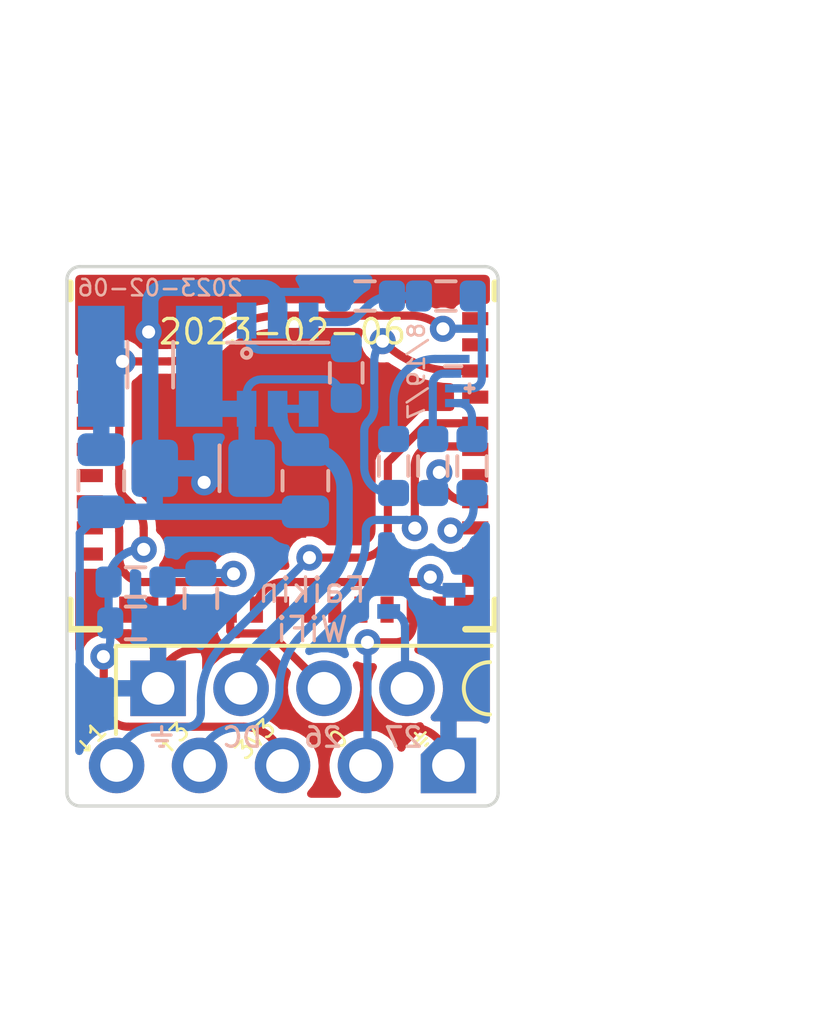
<source format=kicad_pcb>
(kicad_pcb (version 20211014) (generator pcbnew)
  (title_block (title "Daikin ESP32-PICO-MINI Module") (date "${DATE}") (rev "1") (company "Adrian Kennard, Andrews & Arnold Ltd"))
  (layers (0 "F.Cu" signal) (31 "B.Cu" signal) (34 "B.Paste" user) (35 "F.Paste" user) (36 "B.SilkS" user "B.Silkscreen") (37 "F.SilkS" user "F.Silkscreen") (38 "B.Mask" user) (39 "F.Mask" user) (44 "Edge.Cuts" user))
  (property "DATE" "2023-02-06")
  (net 0 "")
  (net 1 "GND")
  (net 2 "TX")
  (net 3 "RX")
  (net 7 "DC")
  (net 10 "EN")
  (net 20 "Net-(D1-Pad3)")
  (net 21 "Net-(D1-Pad4)")
  (net 24 "+3.3V")
  (net 27 "R")
  (net 28 "G")
  (net 29 "B")
  (net 33 "Net-(R5-Pad2)")
  (net 34 "Net-(J1-Pad4)")
  (net 35 "Net-(J2-Pad2)")
  (net 36 "Net-(J2-Pad4)")
  (net 37 "Net-(J2-Pad5)")
  (net 38 "Net-(D1-Pad1)")
  (footprint "RevK:ESP32-PICO-MINI-02" (layer "F.Cu") (at 99.8 44.09325)
    (fp_text reference "U1" hide)
    (fp_text value "ESP32-PICO-MINI-02")
    (fp_text user "${DATE}" (at 0 -3.6 unlocked) (layer "F.SilkS") (effects (font (size 0.75 0.75) (thickness 0.1))))
    (fp_line (start -6.5 -5.1) (end -6.5 -4.6) (layer "F.SilkS") (width 0.2))
    (fp_line (start 6.5 4.6) (end 6.5 5.5) (layer "F.SilkS") (width 0.2))
    (fp_line (start -6.5 4.6) (end -6.5 5.5) (layer "F.SilkS") (width 0.2))
    (fp_line (start 6.5 -5.1) (end 6.5 -4.6) (layer "F.SilkS") (width 0.2))
    (fp_line (start -6.5 5.5) (end -5.6 5.5) (layer "F.SilkS") (width 0.2))
    (fp_line (start 6.5 5.5) (end 5.6 5.5) (layer "F.SilkS") (width 0.2))
    (pad "1" smd rect (at -5.9 -4) (size 0.8 0.4) (layers "F.Cu" "F.Paste" "F.Mask") (net 1 "GND"))
    (pad "2" smd rect (at -5.9 -3.2) (size 0.8 0.4) (layers "F.Cu" "F.Paste" "F.Mask") (net 1 "GND"))
    (pad "3" smd rect (at -5.9 -2.4) (size 0.8 0.4) (layers "F.Cu" "F.Paste" "F.Mask") (net 24 "+3.3V"))
    (pad "4" smd rect (at -5.9 -1.6) (size 0.8 0.4) (layers "F.Cu" "F.Paste" "F.Mask"))
    (pad "5" smd rect (at -5.9 -0.8) (size 0.8 0.4) (layers "F.Cu" "F.Paste" "F.Mask"))
    (pad "6" smd rect (at -5.9 0) (size 0.8 0.4) (layers "F.Cu" "F.Paste" "F.Mask"))
    (pad "7" smd rect (at -5.9 0.8) (size 0.8 0.4) (layers "F.Cu" "F.Paste" "F.Mask"))
    (pad "8" smd rect (at -5.9 1.6) (size 0.8 0.4) (layers "F.Cu" "F.Paste" "F.Mask") (net 10 "EN"))
    (pad "9" smd rect (at -5.9 2.4) (size 0.8 0.4) (layers "F.Cu" "F.Paste" "F.Mask"))
    (pad "10" smd rect (at -5.9 3.2) (size 0.8 0.4) (layers "F.Cu" "F.Paste" "F.Mask"))
    (pad "11" smd rect (at -5.9 4) (size 0.8 0.4) (layers "F.Cu" "F.Paste" "F.Mask") (net 1 "GND"))
    (pad "12" smd rect (at -4.8 4.9) (size 0.4 0.8) (layers "F.Cu" "F.Paste" "F.Mask"))
    (pad "13" smd rect (at -4 4.9) (size 0.4 0.8) (layers "F.Cu" "F.Paste" "F.Mask"))
    (pad "14" smd rect (at -3.2 4.9) (size 0.4 0.8) (layers "F.Cu" "F.Paste" "F.Mask") (net 1 "GND"))
    (pad "15" smd rect (at -2.4 4.9) (size 0.4 0.8) (layers "F.Cu" "F.Paste" "F.Mask"))
    (pad "16" smd rect (at -1.6 4.9) (size 0.4 0.8) (layers "F.Cu" "F.Paste" "F.Mask") (net 2 "TX"))
    (pad "17" smd rect (at -0.8 4.9) (size 0.4 0.8) (layers "F.Cu" "F.Paste" "F.Mask") (net 3 "RX"))
    (pad "18" smd rect (at 0 4.9) (size 0.4 0.8) (layers "F.Cu" "F.Paste" "F.Mask"))
    (pad "19" smd rect (at 0.8 4.9) (size 0.4 0.8) (layers "F.Cu" "F.Paste" "F.Mask"))
    (pad "20" smd rect (at 1.6 4.9) (size 0.4 0.8) (layers "F.Cu" "F.Paste" "F.Mask"))
    (pad "21" smd rect (at 2.4 4.9) (size 0.4 0.8) (layers "F.Cu" "F.Paste" "F.Mask"))
    (pad "22" smd rect (at 3.2 4.9) (size 0.4 0.8) (layers "F.Cu" "F.Paste" "F.Mask"))
    (pad "23" smd rect (at 4 4.9) (size 0.4 0.8) (layers "F.Cu" "F.Paste" "F.Mask") (net 35 "Net-(J2-Pad2)"))
    (pad "24" smd rect (at 4.8 4.9) (size 0.4 0.8) (layers "F.Cu" "F.Paste" "F.Mask"))
    (pad "25" smd rect (at 5.9 4) (size 0.8 0.4) (layers "F.Cu" "F.Paste" "F.Mask"))
    (pad "26" smd rect (at 5.9 3.2) (size 0.8 0.4) (layers "F.Cu" "F.Paste" "F.Mask"))
    (pad "27" smd rect (at 5.9 2.4) (size 0.8 0.4) (layers "F.Cu" "F.Paste" "F.Mask") (net 29 "B"))
    (pad "28" smd rect (at 5.9 1.6) (size 0.8 0.4) (layers "F.Cu" "F.Paste" "F.Mask") (net 27 "R"))
    (pad "29" smd rect (at 5.9 0.8) (size 0.8 0.4) (layers "F.Cu" "F.Paste" "F.Mask"))
    (pad "30" smd rect (at 5.9 0) (size 0.8 0.4) (layers "F.Cu" "F.Paste" "F.Mask") (net 36 "Net-(J2-Pad4)"))
    (pad "31" smd rect (at 5.9 -0.8) (size 0.8 0.4) (layers "F.Cu" "F.Paste" "F.Mask") (net 37 "Net-(J2-Pad5)"))
    (pad "32" smd rect (at 5.9 -1.6) (size 0.8 0.4) (layers "F.Cu" "F.Paste" "F.Mask"))
    (pad "33" smd rect (at 5.9 -2.4) (size 0.8 0.4) (layers "F.Cu" "F.Paste" "F.Mask") (net 28 "G"))
    (pad "34" smd rect (at 5.9 -3.2) (size 0.8 0.4) (layers "F.Cu" "F.Paste" "F.Mask"))
    (pad "35" smd rect (at 5.9 -4) (size 0.8 0.4) (layers "F.Cu" "F.Paste" "F.Mask"))
    (pad "36" smd rect (at 4.8 -4.9) (size 0.4 0.8) (layers "F.Cu" "F.Paste" "F.Mask") (net 1 "GND"))
    (pad "37" smd rect (at 4 -4.9) (size 0.4 0.8) (layers "F.Cu" "F.Paste" "F.Mask") (net 1 "GND"))
    (pad "38" smd rect (at 3.2 -4.9) (size 0.4 0.8) (layers "F.Cu" "F.Paste" "F.Mask") (net 1 "GND"))
    (pad "39" smd rect (at 2.4 -4.9) (size 0.4 0.8) (layers "F.Cu" "F.Paste" "F.Mask") (net 1 "GND"))
    (pad "40" smd rect (at 1.6 -4.9) (size 0.4 0.8) (layers "F.Cu" "F.Paste" "F.Mask") (net 1 "GND"))
    (pad "41" smd rect (at 0.8 -4.9) (size 0.4 0.8) (layers "F.Cu" "F.Paste" "F.Mask") (net 1 "GND"))
    (pad "42" smd rect (at 0 -4.9) (size 0.4 0.8) (layers "F.Cu" "F.Paste" "F.Mask") (net 1 "GND"))
    (pad "43" smd rect (at -0.8 -4.9) (size 0.4 0.8) (layers "F.Cu" "F.Paste" "F.Mask") (net 1 "GND"))
    (pad "44" smd rect (at -1.6 -4.9) (size 0.4 0.8) (layers "F.Cu" "F.Paste" "F.Mask") (net 1 "GND"))
    (pad "45" smd rect (at -2.4 -4.9) (size 0.4 0.8) (layers "F.Cu" "F.Paste" "F.Mask") (net 1 "GND"))
    (pad "46" smd rect (at -3.2 -4.9) (size 0.4 0.8) (layers "F.Cu" "F.Paste" "F.Mask") (net 1 "GND"))
    (pad "47" smd rect (at -4 -4.9) (size 0.4 0.8) (layers "F.Cu" "F.Paste" "F.Mask") (net 1 "GND"))
    (pad "48" smd rect (at -4.8 -4.9) (size 0.4 0.8) (layers "F.Cu" "F.Paste" "F.Mask") (net 1 "GND"))
    (pad "49" smd rect (at 0 1.975) (size 1.45 1.45) (layers "F.Cu" "F.Paste" "F.Mask") (net 1 "GND"))
    (pad "49" smd rect (at 1.975 0) (size 1.45 1.45) (layers "F.Cu" "F.Paste" "F.Mask") (net 1 "GND"))
    (pad "49" smd rect (at -1.975 1.975) (size 1.45 1.45) (layers "F.Cu" "F.Paste" "F.Mask") (net 1 "GND"))
    (pad "49" smd rect (at -1.975 0) (size 1.45 1.45) (layers "F.Cu" "F.Paste" "F.Mask") (net 1 "GND"))
    (pad "49" smd roundrect (at -1.975 -1.975) (size 1.45 1.45) (layers "F.Cu" "F.Paste" "F.Mask") (roundrect_rratio 0) (chamfer_ratio 0.41) (chamfer top_left) (net 1 "GND"))
    (pad "49" smd rect (at 0 -1.975) (size 1.45 1.45) (layers "F.Cu" "F.Paste" "F.Mask") (net 1 "GND"))
    (pad "49" smd rect (at 1.975 1.975) (size 1.45 1.45) (layers "F.Cu" "F.Paste" "F.Mask") (net 1 "GND"))
    (pad "49" smd rect (at 0 0) (size 1.45 1.45) (layers "F.Cu" "F.Paste" "F.Mask") (net 1 "GND"))
    (pad "49" smd rect (at 1.975 -1.975) (size 1.45 1.45) (layers "F.Cu" "F.Paste" "F.Mask") (net 1 "GND"))
    (pad "50" smd rect (at 5.95 -4.95) (size 0.7 0.7) (layers "F.Cu" "F.Paste" "F.Mask") (net 1 "GND"))
    (pad "51" smd rect (at 5.95 4.95) (size 0.7 0.7) (layers "F.Cu" "F.Paste" "F.Mask") (net 1 "GND"))
    (pad "52" smd rect (at -5.95 4.95) (size 0.7 0.7) (layers "F.Cu" "F.Paste" "F.Mask") (net 1 "GND"))
    (pad "53" smd rect (at -5.95 -4.95) (size 0.7 0.7) (layers "F.Cu" "F.Paste" "F.Mask") (net 1 "GND"))
    (zone (net 0) (net_name "") (layer "F.Cu") (connect_pads (clearance 0)) (min_thickness 0.01)
      (keepout (tracks not_allowed) (vias not_allowed) (pads not_allowed) (copperpour not_allowed) (footprints allowed))
      (fill (thermal_gap 0.508) (thermal_bridge_width 0.508))
      (polygon (pts (xy 93.2 33.09325) (xy 106.4 33.09325) (xy 106.4 38.49325) (xy 93.2 38.49325)))
    )
    (zone (net 0) (net_name "") (layer "B.Cu") (connect_pads (clearance 0)) (min_thickness 0.01)
      (keepout (tracks not_allowed) (vias not_allowed) (pads not_allowed) (copperpour not_allowed) (footprints allowed))
      (fill (thermal_gap 0.508) (thermal_bridge_width 0.508))
      (polygon (pts (xy 93.2 33.09325) (xy 106.4 33.09325) (xy 106.4 38.49325) (xy 93.2 38.49325)))
    )
  )
  (footprint "RevK:Shelly" (layer "F.Cu") (at 99.8 53.76)
    (fp_text reference "J2" hide)
    (fp_text value "Prog" hide)
    (fp_text user "⏚" (at 4.25 -0.8 45 unlocked) (layer "F.SilkS") (effects (font (size 0.5 0.5) (thickness 0.08))))
    (fp_text user "↓1" (at -5.91 -0.8 45 unlocked) (layer "F.SilkS") (effects (font (size 0.5 0.5) (thickness 0.08))))
    (fp_text user "↑3" (at -3.37 -0.8 45 unlocked) (layer "F.SilkS") (effects (font (size 0.5 0.5) (thickness 0.08))))
    (fp_text user "3V3" (at -0.83 -0.8 45 unlocked) (layer "F.SilkS") (effects (font (size 0.5 0.5) (thickness 0.08))))
    (fp_text user "0" (at 1.71 -0.8 45 unlocked) (layer "F.SilkS") (effects (font (size 0.5 0.5) (thickness 0.08))))
    (pad "1" thru_hole roundrect (at 5.08 0) (size 1.7 1.7) (drill 1) (layers *.Cu *.Mask) (roundrect_rratio 0) (chamfer_ratio 0.3) (chamfer top_left) (net 1 "GND"))
    (pad "2" thru_hole oval (at 2.54 0 270) (size 1.7 1.7) (drill 1) (layers *.Cu *.Mask) (net 35 "Net-(J2-Pad2)"))
    (pad "3" thru_hole oval (at 0 0 270) (size 1.7 1.7) (drill 1) (layers *.Cu *.Mask) (net 24 "+3.3V"))
    (pad "4" thru_hole oval (at -2.54 0 270) (size 1.7 1.7) (drill 1) (layers *.Cu *.Mask) (net 36 "Net-(J2-Pad4)"))
    (pad "5" thru_hole oval (at -5.08 0 270) (size 1.7 1.7) (drill 1) (layers *.Cu *.Mask) (net 37 "Net-(J2-Pad5)"))
  )
  (footprint "RevK:JLC-PinHeader_1x04_P2.54mm_Right" (layer "F.Cu") (at 99.8 51.4)
    (fp_text reference "J1" hide)
    (fp_text value "1x4" hide)
    (pad "1" thru_hole rect (at -3.81 0 270) (size 1.7 1.7) (drill 1) (layers *.Cu *.Mask) (net 1 "GND"))
    (pad "2" thru_hole oval (at -1.27 0 270) (size 1.7 1.7) (drill 1) (layers *.Cu *.Mask) (net 7 "DC"))
    (pad "3" thru_hole oval (at 1.27 0 270) (size 1.7 1.7) (drill 1) (layers *.Cu *.Mask) (net 2 "TX"))
    (pad "4" thru_hole circle (at 3.81 0 270) (size 1.7 1.7) (drill 1) (layers *.Cu *.Mask) (net 34 "Net-(J1-Pad4)"))
  )
  (footprint "RevK:C_0805_" (layer "B.Cu") (at 94.25 45.05 -90)
    (fp_text reference "C4" hide)
    (fp_text value "10uF")
    (fp_line (start -0.3 -0.7) (end 0.3 -0.7) (layer "B.SilkS") (width 0.12))
    (fp_line (start -0.3 0.7) (end 0.3 0.7) (layer "B.SilkS") (width 0.12))
  )
  (footprint "RevK:R_0603" (layer "B.Cu") (at 103.2 44.6 -90)
    (fp_text reference "R2" hide)
    (fp_text value "1K")
    (fp_line (start -0.3 -0.45) (end 0.3 -0.45) (layer "B.SilkS") (width 0.12))
    (fp_line (start -0.3 0.45) (end 0.3 0.45) (layer "B.SilkS") (width 0.12))
    (pad "1" smd roundrect (at -0.825 0 270) (size 0.8 0.95) (layers "B.Cu" "B.Paste" "B.Mask") (net 21 "Net-(D1-Pad4)"))
    (pad "2" smd roundrect (at 0.825 0 270) (size 0.8 0.95) (layers "B.Cu" "B.Paste" "B.Mask") (net 28 "G"))
  )
  (footprint "RevK:C_0603" (layer "B.Cu") (at 97.3 48.65 90)
    (fp_text reference "C1" hide)
    (fp_text value "10nF")
    (fp_line (start -0.3 -0.5) (end 0.3 -0.5) (layer "B.SilkS") (width 0.12))
    (fp_line (start -0.3 0.5) (end 0.3 0.5) (layer "B.SilkS") (width 0.12))
    (pad "1" smd roundrect (at -0.775 0 90) (size 0.8 0.95) (layers "B.Cu" "B.Paste" "B.Mask") (net 1 "GND"))
    (pad "2" smd roundrect (at 0.775 0 90) (size 0.8 0.95) (layers "B.Cu" "B.Paste" "B.Mask") (net 10 "EN"))
  )
  (footprint "RevK:SOT-323_SC-70" (layer "B.Cu") (at 104.05 48.4 180)
    (fp_text reference "Q3" hide)
    (fp_text value "PMF250XNEX" hide)
    (pad "1" smd rect (at 1 -0.65 90) (size 0.45 0.7) (layers "B.Cu" "B.Paste" "B.Mask") (net 34 "Net-(J1-Pad4)"))
    (pad "2" smd rect (at 1 0.65 90) (size 0.45 0.7) (layers "B.Cu" "B.Paste" "B.Mask") (net 1 "GND"))
    (pad "3" smd rect (at -1 0 90) (size 0.45 0.7) (layers "B.Cu" "B.Paste" "B.Mask") (net 3 "RX"))
  )
  (footprint "RevK:D_1206_" (layer "B.Cu") (at 97.37 44.67 180)
    (fp_text reference "D2" hide)
    (fp_text value "Schottky")
    (fp_line (start -0.5 0.7) (end -0.5 -0.7) (layer "B.SilkS") (width 0.12))
  )
  (footprint "RevK:C_0603_" (layer "B.Cu") (at 101.75 41.75 -90)
    (fp_text reference "C2" hide)
    (fp_text value "100nF")
    (fp_line (start -0.3 0.5) (end 0.3 0.5) (layer "B.SilkS") (width 0.12))
    (fp_line (start -0.3 -0.5) (end 0.3 -0.5) (layer "B.SilkS") (width 0.12))
  )
  (footprint "RevK:R_0603" (layer "B.Cu") (at 102.325 39.4)
    (fp_text reference "R6" hide)
    (fp_text value "30k 1%")
    (fp_line (start -0.3 0.45) (end 0.3 0.45) (layer "B.SilkS") (width 0.12))
    (fp_line (start -0.3 -0.45) (end 0.3 -0.45) (layer "B.SilkS") (width 0.12))
    (pad "1" smd roundrect (at -0.825 0) (size 0.8 0.95) (layers "B.Cu" "B.Paste" "B.Mask") (net 1 "GND"))
    (pad "2" smd roundrect (at 0.825 0) (size 0.8 0.95) (layers "B.Cu" "B.Paste" "B.Mask") (net 33 "Net-(R5-Pad2)"))
  )
  (footprint "RevK:R_0603" (layer "B.Cu") (at 104.4 44.6 -90)
    (fp_text reference "R1" hide)
    (fp_text value "300R")
    (fp_line (start -0.3 0.45) (end 0.3 0.45) (layer "B.SilkS") (width 0.12))
    (fp_line (start -0.3 -0.45) (end 0.3 -0.45) (layer "B.SilkS") (width 0.12))
    (pad "1" smd roundrect (at -0.825 0 270) (size 0.8 0.95) (layers "B.Cu" "B.Paste" "B.Mask") (net 20 "Net-(D1-Pad3)"))
    (pad "2" smd roundrect (at 0.825 0 270) (size 0.8 0.95) (layers "B.Cu" "B.Paste" "B.Mask") (net 27 "R"))
  )
  (footprint "RevK:R_0603" (layer "B.Cu") (at 105.6 44.6 -90)
    (fp_text reference "R3" hide)
    (fp_text value "100R")
    (fp_line (start -0.3 -0.45) (end 0.3 -0.45) (layer "B.SilkS") (width 0.12))
    (fp_line (start -0.3 0.45) (end 0.3 0.45) (layer "B.SilkS") (width 0.12))
    (pad "1" smd roundrect (at -0.825 0 270) (size 0.8 0.95) (layers "B.Cu" "B.Paste" "B.Mask") (net 38 "Net-(D1-Pad1)"))
    (pad "2" smd roundrect (at 0.825 0 270) (size 0.8 0.95) (layers "B.Cu" "B.Paste" "B.Mask") (net 29 "B"))
  )
  (footprint "RevK:R_0603" (layer "B.Cu") (at 95.3 48.15)
    (fp_text reference "R4" hide)
    (fp_text value "10K")
    (fp_line (start -0.3 -0.45) (end 0.3 -0.45) (layer "B.SilkS") (width 0.12))
    (fp_line (start -0.3 0.45) (end 0.3 0.45) (layer "B.SilkS") (width 0.12))
    (pad "1" smd roundrect (at -0.825 0) (size 0.8 0.95) (layers "B.Cu" "B.Paste" "B.Mask") (net 24 "+3.3V"))
    (pad "2" smd roundrect (at 0.825 0) (size 0.8 0.95) (layers "B.Cu" "B.Paste" "B.Mask") (net 10 "EN"))
  )
  (footprint "RevK:C_0805_" (layer "B.Cu") (at 100.5 45.05 -90)
    (fp_text reference "C3" hide)
    (fp_text value "2.2uF")
    (fp_line (start -0.3 -0.7) (end 0.3 -0.7) (layer "B.SilkS") (width 0.12))
    (fp_line (start -0.3 0.7) (end 0.3 0.7) (layer "B.SilkS") (width 0.12))
  )
  (footprint "RevK:MHS190RGBCT" (layer "B.Cu") (at 105.025 42 90)
    (fp_text reference "D1" hide)
    (fp_text value "LED_BARG" hide)
    (fp_line (start 0.45 0.25) (end 0.45 -0.25) (layer "B.SilkS") (width 0.12))
    (fp_line (start -0.35 0.5) (end -0.1 0.5) (layer "B.SilkS") (width 0.12))
    (fp_line (start -0.225 0.375) (end -0.225 0.625) (layer "B.SilkS") (width 0.12))
    (pad "1" smd rect (at -0.675 0.125 90) (size 0.25 0.75) (layers "B.Cu" "B.Paste" "B.Mask") (net 38 "Net-(D1-Pad1)"))
    (pad "2" smd rect (at -0.225 0 90) (size 0.25 0.5) (layers "B.Cu" "B.Paste" "B.Mask") (net 24 "+3.3V"))
    (pad "3" smd rect (at 0.225 0 90) (size 0.25 0.5) (layers "B.Cu" "B.Paste" "B.Mask") (net 20 "Net-(D1-Pad3)"))
    (pad "4" smd rect (at 0.675 0.125 90) (size 0.25 0.75) (layers "B.Cu" "B.Paste" "B.Mask") (net 21 "Net-(D1-Pad4)"))
  )
  (footprint "RevK:C_0603" (layer "B.Cu") (at 95.3 49.4)
    (fp_text reference "C5" hide)
    (fp_text value "100nF")
    (fp_line (start -0.3 -0.5) (end 0.3 -0.5) (layer "B.SilkS") (width 0.12))
    (fp_line (start -0.3 0.5) (end 0.3 0.5) (layer "B.SilkS") (width 0.12))
    (pad "1" smd roundrect (at -0.775 0) (size 0.8 0.95) (layers "B.Cu" "B.Paste" "B.Mask") (net 24 "+3.3V"))
    (pad "2" smd roundrect (at 0.775 0) (size 0.8 0.95) (layers "B.Cu" "B.Paste" "B.Mask") (net 1 "GND"))
  )
  (footprint "RevK:SOT-23-Thin-6-Reg" (layer "B.Cu") (at 99.65 41.5 180)
    (fp_text reference "U2" hide)
    (fp_text value "LMR16006YDDCR")
    (fp_line (start -1.55 0.675) (end 1.55 0.675) (layer "B.SilkS") (width 0.12))
    (fp_circle (center 0.95 0.35) (end 1.05 0.25) (layer "B.SilkS") (width 0.12) (fill none))
    (pad "1" smd rect (at 0.95 1.35 90) (size 1.1 0.6) (layers "B.Cu" "B.Paste" "B.Mask") (clearance 0.2))
    (pad "1" smd roundrect (at -2.1 0.525 90) (size 0.9 0.95) (layers "B.Cu" "B.Paste" "B.Mask") (clearance 0.2))
    (pad "1" smd custom (at -0.8 0.45 180) (size 2.6 0.25) (layers "B.Cu") (clearance 0.2) (options (clearance outline) (anchor rect)) (primitives (gr_arc (start 1.3 0) (mid 1.618198 0.131802) (end 1.75 0.45) (width 0.25))))
    (pad "2" smd roundrect (at -0.85 -4.5 270) (size 1 1.45) (layers "B.Cu" "B.Paste" "B.Mask") (net 1 "GND"))
    (pad "2" smd rect (at 0 1.35 90) (size 1.1 0.6) (layers "B.Cu" "B.Paste" "B.Mask") (net 1 "GND") (clearance 0.2))
    (pad "2" smd custom (at -1.1 -4.5 180) (size 0.1 0.1) (layers "B.Cu") (net 1 "GND") (clearance 0.2) (options (clearance outline) (anchor rect)) (primitives (gr_line (start 6.6 0) (end 0 0) (width 0.4999)) (gr_line (start 4.8625 1.6) (end 4.8625 0) (width 0.4999)) (gr_line (start 5 6.4) (end 5 1.6) (width 0.4999)) (gr_arc (start 5 6.4) (mid 4.868198 6.718198) (end 4.55 6.85) (width 0.4999)) (gr_line (start 1.55 6.85) (end 4.55 6.85) (width 0.4999)) (gr_arc (start 1.55 6.85) (mid 1.231802 6.718198) (end 1.1 6.4) (width 0.4999)) (gr_line (start 1.1 5.9) (end 1.1 6.4) (width 0.4999))))
    (pad "2" smd roundrect (at 3.7625 -3.17 180) (size 1.425 1.75) (layers "B.Cu" "B.Paste" "B.Mask") (roundrect_rratio 0.175) (net 1 "GND") (clearance 0.2))
    (pad "2" smd roundrect (at 5.4 -4.5 270) (size 1 1.45) (layers "B.Cu" "B.Paste" "B.Mask") (net 1 "GND"))
    (pad "3" smd rect (at -0.95 1.35 90) (size 1.1 0.6) (layers "B.Cu" "B.Paste" "B.Mask") (net 33 "Net-(R5-Pad2)") (clearance 0.2))
    (pad "4" smd rect (at -0.95 -1.35 90) (size 1.1 0.6) (layers "B.Cu" "B.Paste" "B.Mask") (net 7 "DC") (clearance 0.2))
    (pad "5" smd custom (at -1.06 -2.55 180) (size 0.1 0.1) (layers "B.Cu") (net 7 "DC") (options (clearance outline) (anchor rect)) (primitives (gr_arc (start 0.001745 0.000002) (mid 0.705871 0.29166) (end 0.999986 0.994764) (width 0.5))))
    (pad "5" smd rect (at 0 -1.35 90) (size 1.1 0.6) (layers "B.Cu" "B.Paste" "B.Mask") (net 7 "DC") (clearance 0.2))
    (pad "5" smd roundrect (at -0.85 -2.6 270) (size 1 1.45) (layers "B.Cu" "B.Paste" "B.Mask") (net 7 "DC") (clearance 0.2))
    (pad "6" smd rect (at 1.9 -1.35 180) (size 2 0.5) (layers "B.Cu") (clearance 0.2))
    (pad "6" smd rect (at 0.95 -1.35 90) (size 1.1 0.6) (layers "B.Cu" "B.Paste" "B.Mask") (clearance 0.2))
    (pad "6" smd roundrect (at 0.7975 -3.17 180) (size 1.425 1.75) (layers "B.Cu" "B.Paste" "B.Mask") (roundrect_rratio 0.175) (clearance 0.2))
    (pad "6" smd rect (at 2.4 -0.05 90) (size 3.7 1.425) (layers "B.Cu" "B.Mask") (clearance 0.2))
    (pad "6" smd custom (at -0.475 -0.45 180) (size 1.95 0.25) (layers "B.Cu") (clearance 0.2) (options (clearance outline) (anchor rect)) (primitives (gr_arc (start 1.425 -0.45) (mid 1.293198 -0.131802) (end 0.975 0) (width 0.25)) (gr_arc (start -0.975 0) (mid -1.293198 -0.131802) (end -1.425 -0.45) (width 0.25))))
    (pad "6" smd roundrect (at -2.1 -1.025 90) (size 0.9 0.95) (layers "B.Cu" "B.Paste" "B.Mask") (clearance 0.2))
    (pad "6" smd rect (at 0.95 -2.3 90) (size 2 0.5) (layers "B.Cu") (clearance 0.2))
    (pad "7" smd roundrect (at 5.4 -2.6 270) (size 1 1.45) (layers "B.Cu" "B.Paste" "B.Mask") (net 24 "+3.3V") (clearance 0.2))
    (pad "7" smd rect (at 5.4 -0.8 180) (size 0.5 4) (layers "B.Cu") (net 24 "+3.3V"))
    (pad "7" smd rect (at 5.4 -0.05 90) (size 3.7 1.425) (layers "B.Cu" "B.Mask") (net 24 "+3.3V"))
  )
  (footprint "RevK:L_4x4_" (layer "B.Cu") (at 95.75 41.5)
    (fp_text reference "L1" hide)
    (fp_text value "6.8uH")
    (fp_line (start -0.7 0.7) (end -0.7 -0.7) (layer "B.SilkS") (width 0.12))
    (fp_line (start 0.7 0.7) (end 0.7 -0.7) (layer "B.SilkS") (width 0.12))
  )
  (footprint "RevK:R_0603" (layer "B.Cu") (at 104.8 39.4 180)
    (fp_text reference "R5" hide)
    (fp_text value "100k 1%")
    (fp_line (start -0.3 -0.45) (end 0.3 -0.45) (layer "B.SilkS") (width 0.12))
    (fp_line (start -0.3 0.45) (end 0.3 0.45) (layer "B.SilkS") (width 0.12))
    (pad "1" smd roundrect (at -0.825 0 180) (size 0.8 0.95) (layers "B.Cu" "B.Paste" "B.Mask") (net 24 "+3.3V"))
    (pad "2" smd roundrect (at 0.825 0 180) (size 0.8 0.95) (layers "B.Cu" "B.Paste" "B.Mask") (net 33 "Net-(R5-Pad2)"))
  )
  (gr_arc (start 106.15 52.2) (mid 105.35 51.4) (end 106.15 50.6) (layer "F.SilkS") (width 0.12))
  (gr_line (start 94.7 50.1) (end 106.2 50.1) (layer "F.SilkS") (width 0.12))
  (gr_line (start 94.7 52.8) (end 94.7 50.1) (layer "F.SilkS") (width 0.12))
  (gr_line (start 106.4 38.9) (end 106.4 54.6) (layer "Edge.Cuts") (width 0.1))
  (gr_line (start 106 55) (end 93.6 55) (layer "Edge.Cuts") (width 0.1))
  (gr_line (start 93.2 54.6) (end 93.2 38.9) (layer "Edge.Cuts") (width 0.1))
  (gr_arc (start 93.2 38.9) (mid 93.317157 38.617157) (end 93.6 38.5) (layer "Edge.Cuts") (width 0.1))
  (gr_arc (start 106 38.5) (mid 106.282843 38.617157) (end 106.4 38.9) (layer "Edge.Cuts") (width 0.1))
  (gr_line (start 93.6 38.5) (end 106 38.5) (layer "Edge.Cuts") (width 0.1))
  (gr_arc (start 106.4 54.6) (mid 106.282843 54.882843) (end 106 55) (layer "Edge.Cuts") (width 0.1))
  (gr_arc (start 93.6 55) (mid 93.317157 54.882843) (end 93.2 54.6) (layer "Edge.Cuts") (width 0.1))
  (gr_text "26" (at 101.033332 52.9) (layer "B.SilkS") (effects (font (size 0.6 0.6) (thickness 0.1)) (justify mirror)))
  (gr_text "Faikin\nWiFi" (at 100.7 49) (layer "B.SilkS") (effects (font (size 0.75 0.75) (thickness 0.1)) (justify mirror)))
  (gr_text "⏚" (at 96.1 52.9) (layer "B.SilkS") (effects (font (size 0.6 0.6) (thickness 0.1)) (justify mirror)))
  (gr_text "8/19/7" (at 103.9 41.7 90) (layer "B.SilkS") (effects (font (size 0.5 0.5) (thickness 0.08)) (justify mirror)))
  (gr_text "DC" (at 98.566666 52.9) (layer "B.SilkS") (effects (font (size 0.6 0.6) (thickness 0.1)) (justify mirror)))
  (gr_text "27" (at 103.5 52.9) (layer "B.SilkS") (effects (font (size 0.6 0.6) (thickness 0.1)) (justify mirror)))
  (gr_text "${DATE}" (at 96.05 39.15) (layer "B.SilkS") (effects (font (size 0.5 0.5) (thickness 0.08)) (justify mirror)))
  (segment (start 103.705 52.585) (end 100.635 52.585) (width 0.25) (layer "F.Cu") (net 1))
  (segment (start 98.45 50.2) (end 97.19 50.2) (width 0.25) (layer "F.Cu") (net 1))
  (segment (start 99.8 51.75) (end 99.8 51.55) (width 0.25) (layer "F.Cu") (net 1))
  (segment (start 95.99 51.4) (end 95.99 50.6265) (width 0.25) (layer "F.Cu") (net 1))
  (segment (start 95.08175 49.71825) (end 94.525 49.71825) (width 0.25) (layer "F.Cu") (net 1))
  (via (at 95.7 40.5) (size 0.8) (drill 0.4) (layers "F.Cu" "B.Cu") (net 1))
  (via (at 97.4 45.1) (size 0.8) (drill 0.4) (layers "F.Cu" "B.Cu") (net 1))
  (arc (start 100.635 52.585) (mid 100.044566 52.340434) (end 99.8 51.75) (width 0.25) (layer "F.Cu") (net 1))
  (arc (start 99.8 51.55) (mid 99.404594 50.595406) (end 98.45 50.2) (width 0.25) (layer "F.Cu") (net 1))
  (arc (start 95.99 50.6265) (mid 95.72398 49.98427) (end 95.08175 49.71825) (width 0.25) (layer "F.Cu") (net 1))
  (arc (start 104.88 53.76) (mid 104.53585 52.92915) (end 103.705 52.585) (width 0.25) (layer "F.Cu") (net 1))
  (arc (start 94.525 49.71825) (mid 94.047703 49.520547) (end 93.85 49.04325) (width 0.25) (layer "F.Cu") (net 1))
  (arc (start 97.19 50.2) (mid 96.341472 50.551472) (end 95.99 51.4) (width 0.25) (layer "F.Cu") (net 1))
  (segment (start 95.8875 44.67) (end 96.97 44.67) (width 0.5) (layer "B.Cu") (net 1))
  (segment (start 99.65 39.35) (end 99.65 40.15) (width 0.25) (layer "B.Cu") (net 1))
  (segment (start 99.724511 39.275489) (end 99.65 39.35) (width 0.25) (layer "B.Cu") (net 1))
  (segment (start 93.591785 46.658215) (end 94.25 46) (width 0.25) (layer "B.Cu") (net 1))
  (segment (start 96.05 51.34) (end 94.201868 51.34) (width 0.25) (layer "B.Cu") (net 1))
  (segment (start 94.201868 51.34) (end 93.591785 50.729917) (width 0.25) (layer "B.Cu") (net 1))
  (segment (start 93.591785 50.729917) (end 93.591785 46.658215) (width 0.25) (layer "B.Cu") (net 1))
  (segment (start 99.724511 39.275489) (end 101.375489 39.275489) (width 0.25) (layer "B.Cu") (net 1))
  (arc (start 96.97 44.67) (mid 97.274056 44.795944) (end 97.4 45.1) (width 0.5) (layer "B.Cu") (net 1))
  (arc (start 101.5 39.4) (mid 101.463532 39.311957) (end 101.375489 39.275489) (width 0.25) (layer "B.Cu") (net 1))
  (arc (start 99.724511 39.275489) (mid 99.671824 39.297313) (end 99.65 39.35) (width 0.25) (layer "B.Cu") (net 1))
  (segment (start 98.298849 49.742099) (end 98.2 49.64325) (width 0.25) (layer "F.Cu") (net 2))
  (segment (start 98.2 49.64325) (end 98.2 48.99325) (width 0.25) (layer "F.Cu") (net 2))
  (segment (start 98.461408 49.722281) (end 98.429054 49.744935) (width 0.25) (layer "F.Cu") (net 2))
  (segment (start 99.432281 49.722281) (end 98.461408 49.722281) (width 0.25) (layer "F.Cu") (net 2))
  (segment (start 101.05 51.34) (end 99.432281 49.722281) (width 0.25) (layer "F.Cu") (net 2))
  (segment (start 98.429054 49.744935) (end 98.298849 49.742099) (width 0.25) (layer "F.Cu") (net 2))
  (segment (start 99.84325 48.15) (end 104.172047 48.15) (width 0.25) (layer "F.Cu") (net 3))
  (via (at 104.323383 47.998664) (size 0.8) (drill 0.4) (layers "F.Cu" "B.Cu") (net 3))
  (arc (start 99.84325 48.15) (mid 99.246982 48.396982) (end 99 48.99325) (width 0.25) (layer "F.Cu") (net 3))
  (arc (start 104.323383 47.998664) (mid 104.279058 48.105675) (end 104.172047 48.15) (width 0.25) (layer "F.Cu") (net 3))
  (segment (start 105.05 48.4) (end 104.724719 48.4) (width 0.25) (layer "B.Cu") (net 3))
  (arc (start 104.724719 48.4) (mid 104.440932 48.282451) (end 104.323383 47.998664) (width 0.25) (layer "B.Cu") (net 3))
  (segment (start 99.010833 50.239167) (end 101.125 48.125) (width 0.5) (layer "B.Cu") (net 7))
  (segment (start 100.6 42.85) (end 99.65 42.85) (width 0.25) (layer "B.Cu") (net 7))
  (segment (start 101.7 46.736828) (end 101.7 45.3) (width 0.5) (layer "B.Cu") (net 7))
  (arc (start 101.125 48.125) (mid 101.550563 47.488101) (end 101.7 46.736828) (width 0.5) (layer "B.Cu") (net 7))
  (arc (start 101.7 45.3) (mid 101.348528 44.451472) (end 100.5 44.1) (width 0.5) (layer "B.Cu") (net 7))
  (arc (start 98.53 51.4) (mid 98.654965 50.771761) (end 99.010833 50.239167) (width 0.5) (layer "B.Cu") (net 7))
  (segment (start 95.55 48.15) (end 98.05 48.15) (width 0.25) (layer "F.Cu") (net 10))
  (segment (start 94.8 46.59325) (end 94.8 47.4) (width 0.25) (layer "F.Cu") (net 10))
  (via (at 98.3 47.9) (size 0.8) (drill 0.4) (layers "F.Cu" "B.Cu") (net 10))
  (arc (start 94.8 47.4) (mid 95.01967 47.93033) (end 95.55 48.15) (width 0.25) (layer "F.Cu") (net 10))
  (arc (start 93.9 45.69325) (mid 94.536396 45.956854) (end 94.8 46.59325) (width 0.25) (layer "F.Cu") (net 10))
  (arc (start 98.3 47.9) (mid 98.226777 48.076777) (end 98.05 48.15) (width 0.25) (layer "F.Cu") (net 10))
  (segment (start 96.4 47.875) (end 97.3 47.875) (width 0.25) (layer "B.Cu") (net 10))
  (segment (start 97.3 47.875) (end 98.275 47.875) (width 0.25) (layer "B.Cu") (net 10))
  (arc (start 98.275 47.875) (mid 98.292678 47.882322) (end 98.3 47.9) (width 0.25) (layer "B.Cu") (net 10))
  (arc (start 96.125 48.15) (mid 96.205546 47.955546) (end 96.4 47.875) (width 0.25) (layer "B.Cu") (net 10))
  (segment (start 104.4 43.775) (end 104.4 42.1) (width 0.25) (layer "B.Cu") (net 20))
  (segment (start 105.025 41.775) (end 104.725 41.775) (width 0.25) (layer "B.Cu") (net 20))
  (arc (start 104.725 41.775) (mid 104.49519 41.87019) (end 104.4 42.1) (width 0.25) (layer "B.Cu") (net 20))
  (segment (start 105.15 41.325) (end 104.475 41.325) (width 0.25) (layer "B.Cu") (net 21))
  (segment (start 103.2 42.6) (end 103.2 43.775) (width 0.25) (layer "B.Cu") (net 21))
  (arc (start 104.475 41.325) (mid 103.573439 41.698439) (end 103.2 42.6) (width 0.25) (layer "B.Cu") (net 21))
  (segment (start 98.615 52.575) (end 95.074 52.575) (width 0.25) (layer "F.Cu") (net 24))
  (segment (start 94.8 41.5) (end 94.8 45.15) (width 0.25) (layer "F.Cu") (net 24))
  (segment (start 94.9 41.4) (end 94.60675 41.69325) (width 0.25) (layer "F.Cu") (net 24))
  (segment (start 103.736694 40) (end 102.7 40) (width 0.25) (layer "F.Cu") (net 24))
  (segment (start 102.7 40) (end 99.694392 40) (width 0.25) (layer "F.Cu") (net 24))
  (segment (start 96.314494 41.4) (end 94.9 41.4) (width 0.25) (layer "F.Cu") (net 24))
  (segment (start 94.326464 50.439998) (end 94.316285 50.429819) (width 0.25) (layer "F.Cu") (net 24))
  (segment (start 94.60675 41.69325) (end 93.9 41.69325) (width 0.25) (layer "F.Cu") (net 24))
  (segment (start 95.55 46.503553) (end 95.55 47.15) (width 0.25) (layer "F.Cu") (net 24))
  (segment (start 94.326464 51.909727) (end 94.326464 50.439998) (width 0.25) (layer "F.Cu") (net 24))
  (segment (start 94.976777 45.576776) (end 95.3 45.9) (width 0.25) (layer "F.Cu") (net 24))
  (via (at 94.316285 50.429819) (size 0.8) (drill 0.4) (layers "F.Cu" "B.Cu") (net 24))
  (via (at 104.710715 40.403453) (size 0.8) (drill 0.4) (layers "F.Cu" "B.Cu") (net 24))
  (via (at 94.9 41.4) (size 0.8) (drill 0.4) (layers "F.Cu" "B.Cu") (net 24))
  (via (at 95.55 47.15) (size 0.8) (drill 0.4) (layers "F.Cu" "B.Cu") (net 24))
  (arc (start 99.8 53.76) (mid 99.452922 52.922078) (end 98.615 52.575) (width 0.25) (layer "F.Cu") (net 24))
  (arc (start 104.710715 40.403453) (mid 104.263831 40.104854) (end 103.736694 40) (width 0.25) (layer "F.Cu") (net 24))
  (arc (start 94.8 45.15) (mid 94.845943 45.38097) (end 94.976777 45.576776) (width 0.25) (layer "F.Cu") (net 24))
  (arc (start 95.3 45.9) (mid 95.485027 46.176912) (end 95.55 46.503553) (width 0.25) (layer "F.Cu") (net 24))
  (arc (start 99.694392 40) (mid 98.590918 40.219495) (end 97.655437 40.844563) (width 0.25) (layer "F.Cu") (net 24))
  (arc (start 95.074 52.575) (mid 94.574573 52.384359) (end 94.326464 51.909727) (width 0.25) (layer "F.Cu") (net 24))
  (arc (start 94.9 41.4) (mid 94.829289 41.429289) (end 94.8 41.5) (width 0.25) (layer "F.Cu") (net 24))
  (arc (start 97.655437 40.844563) (mid 97.040207 41.255647) (end 96.314494 41.4) (width 0.25) (layer "F.Cu") (net 24))
  (segment (start 94.25 41.55) (end 94.75 41.55) (width 0.25) (layer "B.Cu") (net 24))
  (segment (start 105.025 42.225) (end 105.6 42.225) (width 0.25) (layer "B.Cu") (net 24))
  (segment (start 105.9 40.4) (end 104.714168 40.4) (width 0.25) (layer "B.Cu") (net 24))
  (segment (start 94.525 49.4) (end 94.525 49.913466) (width 0.25) (layer "B.Cu") (net 24))
  (segment (start 105.9 40.4) (end 105.9 39.675) (width 0.25) (layer "B.Cu") (net 24))
  (segment (start 94.75 41.55) (end 94.9 41.4) (width 0.25) (layer "B.Cu") (net 24))
  (segment (start 105.9 41.925) (end 105.9 40.4) (width 0.25) (layer "B.Cu") (net 24))
  (segment (start 94.445914 50.237097) (end 94.316285 50.366726) (width 0.25) (layer "B.Cu") (net 24))
  (segment (start 94.316285 50.366726) (end 94.316285 50.429819) (width 0.25) (layer "B.Cu") (net 24))
  (segment (start 95.55 47.15) (end 95.475 47.15) (width 0.25) (layer "B.Cu") (net 24))
  (segment (start 94.475 48.15) (end 94.475 49.27929) (width 0.25) (layer "B.Cu") (net 24))
  (arc (start 104.714168 40.4) (mid 104.711726 40.401011) (end 104.710715 40.403453) (width 0.25) (layer "B.Cu") (net 24))
  (arc (start 94.525 49.913466) (mid 94.504494 50.079803) (end 94.445914 50.237097) (width 0.25) (layer "B.Cu") (net 24))
  (arc (start 105.9 39.675) (mid 105.819454 39.480546) (end 105.625 39.4) (width 0.25) (layer "B.Cu") (net 24))
  (arc (start 95.475 47.15) (mid 94.767893 47.442893) (end 94.475 48.15) (width 0.25) (layer "B.Cu") (net 24))
  (arc (start 105.6 42.225) (mid 105.812132 42.137132) (end 105.9 41.925) (width 0.25) (layer "B.Cu") (net 24))
  (arc (start 94.475 49.27929) (mid 94.487995 49.344617) (end 94.525 49.4) (width 0.25) (layer "B.Cu") (net 24))
  (segment (start 105.7 45.69325) (end 105.497311 45.69325) (width 0.25) (layer "F.Cu") (net 27))
  (via (at 104.6 44.795939) (size 0.8) (drill 0.4) (layers "F.Cu" "B.Cu") (net 27))
  (arc (start 105.497311 45.69325) (mid 104.862816 45.430434) (end 104.6 44.795939) (width 0.25) (layer "F.Cu") (net 27))
  (segment (start 104.4 45.425) (end 104.4 45.278781) (width 0.25) (layer "B.Cu") (net 27))
  (arc (start 104.4 45.278781) (mid 104.451978 45.017469) (end 104.6 44.795939) (width 0.25) (layer "B.Cu") (net 27))
  (segment (start 105.063994 41.69325) (end 105.7 41.69325) (width 0.25) (layer "F.Cu") (net 28))
  (via (at 102.863789 40.781895) (size 0.8) (drill 0.4) (layers "F.Cu" "B.Cu") (net 28))
  (arc (start 102.863789 40.781895) (mid 103.873252 41.456396) (end 105.063994 41.69325) (width 0.25) (layer "F.Cu") (net 28))
  (segment (start 102.607737 41.400059) (end 102.607737 42.797863) (width 0.25) (layer "B.Cu") (net 28))
  (segment (start 102.30048 43.539646) (end 102.30048 44.62548) (width 0.25) (layer "B.Cu") (net 28))
  (arc (start 102.607737 42.797863) (mid 102.561313 43.031252) (end 102.429109 43.229109) (width 0.25) (layer "B.Cu") (net 28))
  (arc (start 102.429109 43.229109) (mid 102.333909 43.371585) (end 102.30048 43.539646) (width 0.25) (layer "B.Cu") (net 28))
  (arc (start 102.863789 40.781895) (mid 102.674283 41.065511) (end 102.607737 41.400059) (width 0.25) (layer "B.Cu") (net 28))
  (arc (start 102.30048 44.62548) (mid 102.534654 45.190826) (end 103.1 45.425) (width 0.25) (layer "B.Cu") (net 28))
  (segment (start 105.7 46.49325) (end 105.05271 46.49325) (width 0.25) (layer "F.Cu") (net 29))
  (segment (start 104.959775 46.540299) (end 104.943568 46.556506) (width 0.25) (layer "F.Cu") (net 29))
  (segment (start 104.943568 46.556506) (end 104.943568 46.5755) (width 0.25) (layer "F.Cu") (net 29))
  (via (at 104.943568 46.5755) (size 0.8) (drill 0.4) (layers "F.Cu" "B.Cu") (net 29))
  (arc (start 105.05271 46.49325) (mid 105.001255 46.506134) (end 104.959775 46.540299) (width 0.25) (layer "F.Cu") (net 29))
  (segment (start 104.953632 46.565436) (end 104.943568 46.5755) (width 0.25) (layer "B.Cu") (net 29))
  (segment (start 105.177828 46.565436) (end 104.953632 46.565436) (width 0.25) (layer "B.Cu") (net 29))
  (segment (start 105.65 45.425) (end 105.65 45.89596) (width 0.25) (layer "B.Cu") (net 29))
  (arc (start 105.65 45.89596) (mid 105.519719 46.304764) (end 105.177828 46.565436) (width 0.25) (layer "B.Cu") (net 29))
  (segment (start 100.64952 40.19952) (end 101.717676 40.19952) (width 0.25) (layer "B.Cu") (net 33))
  (segment (start 102.358391 39.758391) (end 102.058391 40.058391) (width 0.25) (layer "B.Cu") (net 33))
  (segment (start 103.975 39.4) (end 103.15 39.4) (width 0.25) (layer "B.Cu") (net 33))
  (segment (start 100.6 40.15) (end 100.64952 40.19952) (width 0.25) (layer "B.Cu") (net 33))
  (segment (start 102.41045 39.706331) (end 102.358391 39.758391) (width 0.25) (layer "B.Cu") (net 33))
  (arc (start 103.15 39.4) (mid 102.749759 39.479613) (end 102.41045 39.706331) (width 0.25) (layer "B.Cu") (net 33))
  (arc (start 101.717676 40.19952) (mid 101.90207 40.162841) (end 102.058391 40.058391) (width 0.25) (layer "B.Cu") (net 33))
  (segment (start 103.55 49.55) (end 103.55 51.34) (width 0.25) (layer "B.Cu") (net 34))
  (arc (start 103.05 49.05) (mid 103.403553 49.196447) (end 103.55 49.55) (width 0.25) (layer "B.Cu") (net 34))
  (segment (start 103.250498 49.992752) (end 102.4 49.992752) (width 0.25) (layer "F.Cu") (net 35))
  (segment (start 103.8 48.99325) (end 103.8 49.44325) (width 0.25) (layer "F.Cu") (net 35))
  (via (at 102.4 49.992752) (size 0.8) (drill 0.4) (layers "F.Cu" "B.Cu") (net 35))
  (arc (start 103.8 49.44325) (mid 103.639055 49.831807) (end 103.250498 49.992752) (width 0.25) (layer "F.Cu") (net 35))
  (segment (start 102.4 49.992752) (end 102.4 53.7) (width 0.25) (layer "B.Cu") (net 35))
  (arc (start 102.4 53.7) (mid 102.382426 53.742426) (end 102.34 53.76) (width 0.25) (layer "B.Cu") (net 35))
  (segment (start 103.85 46.5) (end 103.85 44.585704) (width 0.25) (layer "F.Cu") (net 36))
  (segment (start 104.435704 44) (end 105.60675 44) (width 0.25) (layer "F.Cu") (net 36))
  (via (at 103.85 46.5) (size 0.8) (drill 0.4) (layers "F.Cu" "B.Cu") (net 36))
  (arc (start 105.60675 44) (mid 105.672688 44.027312) (end 105.7 44.09325) (width 0.25) (layer "F.Cu") (net 36))
  (arc (start 103.85 44.585704) (mid 104.021549 44.171549) (end 104.435704 44) (width 0.25) (layer "F.Cu") (net 36))
  (segment (start 102.65 46.25) (end 103.6 46.25) (width 0.25) (layer "B.Cu") (net 36))
  (segment (start 100.412107 49.737893) (end 101.642893 48.507107) (width 0.25) (layer "B.Cu") (net 36))
  (segment (start 98.42 52.6) (end 98.55 52.6) (width 0.25) (layer "B.Cu") (net 36))
  (segment (start 102.35 46.8) (end 102.35 46.55) (width 0.25) (layer "B.Cu") (net 36))
  (arc (start 101.642893 48.507107) (mid 102.166229 47.72388) (end 102.35 46.8) (width 0.25) (layer "B.Cu") (net 36))
  (arc (start 97.26 53.76) (mid 97.599756 52.939756) (end 98.42 52.6) (width 0.25) (layer "B.Cu") (net 36))
  (arc (start 99.705 51.445) (mid 99.888771 50.52112) (end 100.412107 49.737893) (width 0.25) (layer "B.Cu") (net 36))
  (arc (start 98.55 52.6) (mid 99.366708 52.261708) (end 99.705 51.445) (width 0.25) (layer "B.Cu") (net 36))
  (arc (start 102.35 46.55) (mid 102.437868 46.337868) (end 102.65 46.25) (width 0.25) (layer "B.Cu") (net 36))
  (arc (start 103.6 46.25) (mid 103.776777 46.323223) (end 103.85 46.5) (width 0.25) (layer "B.Cu") (net 36))
  (segment (start 103.024436 46.574436) (end 103.024436 44.481693) (width 0.25) (layer "F.Cu") (net 37))
  (segment (start 100.624026 47.402553) (end 102.196319 47.402553) (width 0.25) (layer "F.Cu") (net 37))
  (segment (start 103.024436 44.481693) (end 104.212879 43.29325) (width 0.25) (layer "F.Cu") (net 37))
  (segment (start 104.212879 43.29325) (end 105.7 43.29325) (width 0.25) (layer "F.Cu") (net 37))
  (via (at 100.624026 47.402553) (size 0.8) (drill 0.4) (layers "F.Cu" "B.Cu") (net 37))
  (arc (start 102.196319 47.402553) (mid 102.781886 47.160003) (end 103.024436 46.574436) (width 0.25) (layer "F.Cu") (net 37))
  (segment (start 96.865 52.585) (end 95.895 52.585) (width 0.25) (layer "B.Cu") (net 37))
  (segment (start 100.624026 47.402553) (end 98.03829 49.98829) (width 0.25) (layer "B.Cu") (net 37))
  (segment (start 97.3 52.15) (end 97.3 51.770679) (width 0.25) (layer "B.Cu") (net 37))
  (arc (start 96.865 52.585) (mid 97.172591 52.457591) (end 97.3 52.15) (width 0.25) (layer "B.Cu") (net 37))
  (arc (start 95.895 52.585) (mid 95.06415 52.92915) (end 94.72 53.76) (width 0.25) (layer "B.Cu") (net 37))
  (arc (start 97.3 51.770679) (mid 97.491875 50.806057) (end 98.03829 49.98829) (width 0.25) (layer "B.Cu") (net 37))
  (segment (start 105.6 43.1) (end 105.6 43.775) (width 0.25) (layer "B.Cu") (net 38))
  (segment (start 105.15 42.675) (end 105.175 42.675) (width 0.25) (layer "B.Cu") (net 38))
  (arc (start 105.175 42.675) (mid 105.47552 42.79948) (end 105.6 43.1) (width 0.25) (layer "B.Cu") (net 38))
  (zone (net 1) (net_name "GND") (layers F&B.Cu) (connect_pads thru_hole_only (clearance 0.25)) (min_thickness 0.25) (fill yes (thermal_gap 0.5) (thermal_bridge_width 0.5))
    (polygon (pts (xy 106.35 55) (xy 93.2 55) (xy 93.2 38.5) (xy 106.4 38.5)))
  )
)
</source>
